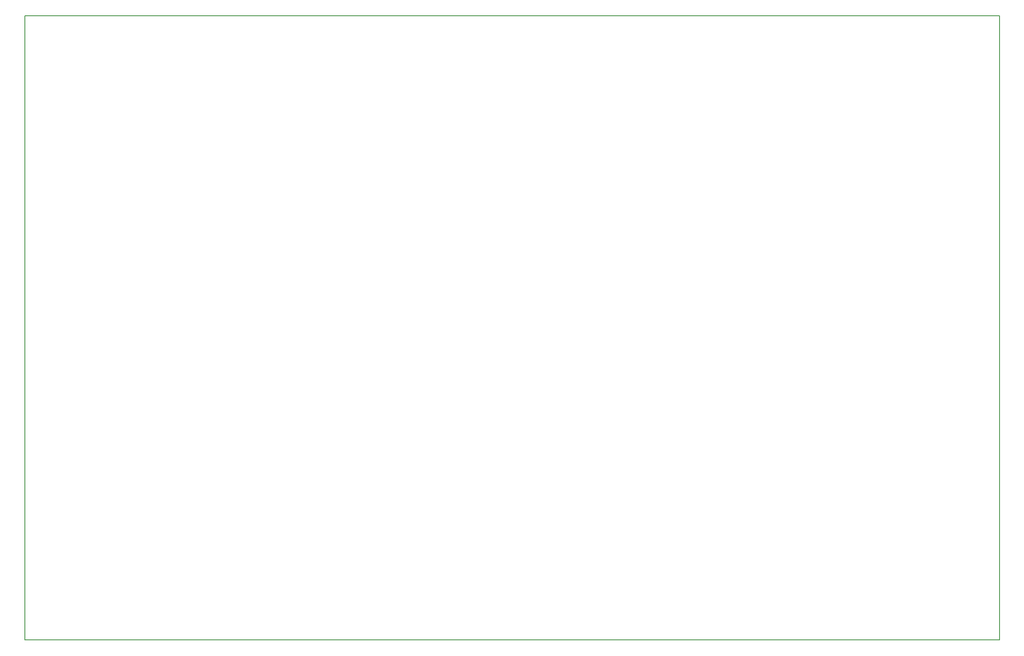
<source format=gbr>
G04 #@! TF.GenerationSoftware,KiCad,Pcbnew,5.0.0*
G04 #@! TF.CreationDate,2018-08-30T21:38:31-03:00*
G04 #@! TF.ProjectId,Mcc18,4D636331382E6B696361645F70636200,rev?*
G04 #@! TF.SameCoordinates,Original*
G04 #@! TF.FileFunction,Profile,NP*
%FSLAX46Y46*%
G04 Gerber Fmt 4.6, Leading zero omitted, Abs format (unit mm)*
G04 Created by KiCad (PCBNEW 5.0.0) date Thu Aug 30 21:38:31 2018*
%MOMM*%
%LPD*%
G01*
G04 APERTURE LIST*
%ADD10C,0.150000*%
G04 APERTURE END LIST*
D10*
X50038000Y-39878000D02*
X50038000Y-29718000D01*
X249174000Y-29718000D02*
X249174000Y-157226000D01*
X50038000Y-147066000D02*
X50038000Y-157226000D01*
X50038000Y-147066000D02*
X50038000Y-39878000D01*
X249174000Y-157226000D02*
X50038000Y-157226000D01*
X50038000Y-29718000D02*
X249174000Y-29718000D01*
M02*

</source>
